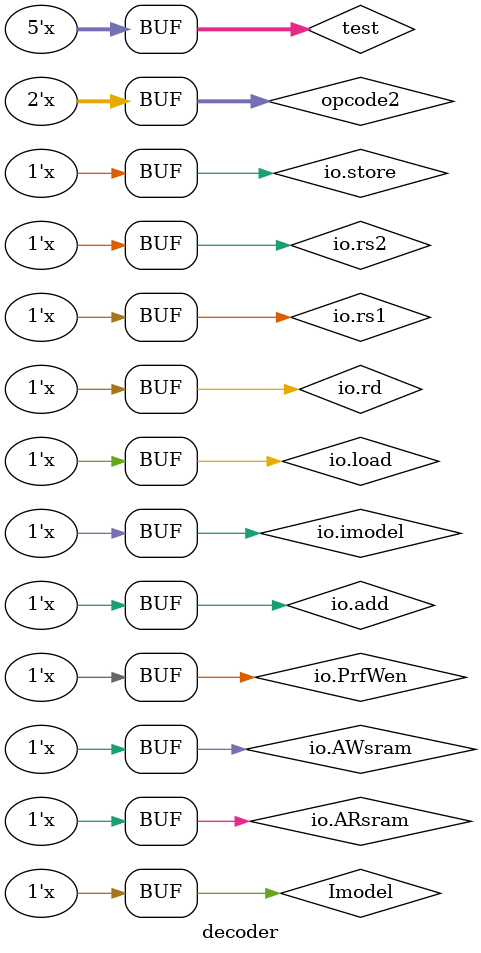
<source format=sv>
`include "interface.sv"

module decoder (arb_if.decoder io);
    logic [1:0] opcode2 ;
    assign opcode2 = io.ins[31:30];

    assign io.add    = ~opcode2[0] & ~opcode2[1];
    assign io.load   =  opcode2[0] & ~opcode2[1];
    assign io.store  = ~opcode2[0] &  opcode2[1];

    logic Imodel ;
    assign  Imodel = io.ins[29];
logic [4:0]test;
assign test = io.ins[29:25];
    assign io.rs1 = {5{io.add }} & io.ins[29:25] |
                    {5{io.store}} & io.ins[20:16] & {5{~Imodel}};
    assign io.rs2 = {5{io.add }} & io.ins[24:20];
    assign io.rd  = ({5{io.add }} & io.ins[19:15]) |
                    ({5{io.load }} & io.ins[20:16]) |
                    ({5{io.store }} & 5'b00000);
    assign io.AWsram = {32{io.store }} & io.ins[28:21];
    assign io.ARsram = {32{io.load }} & {32{~Imodel}} & io.ins[28:21];

    assign io.imodel = Imodel;
    assign io.PrfWen = io.load | io.add;
endmodule

</source>
